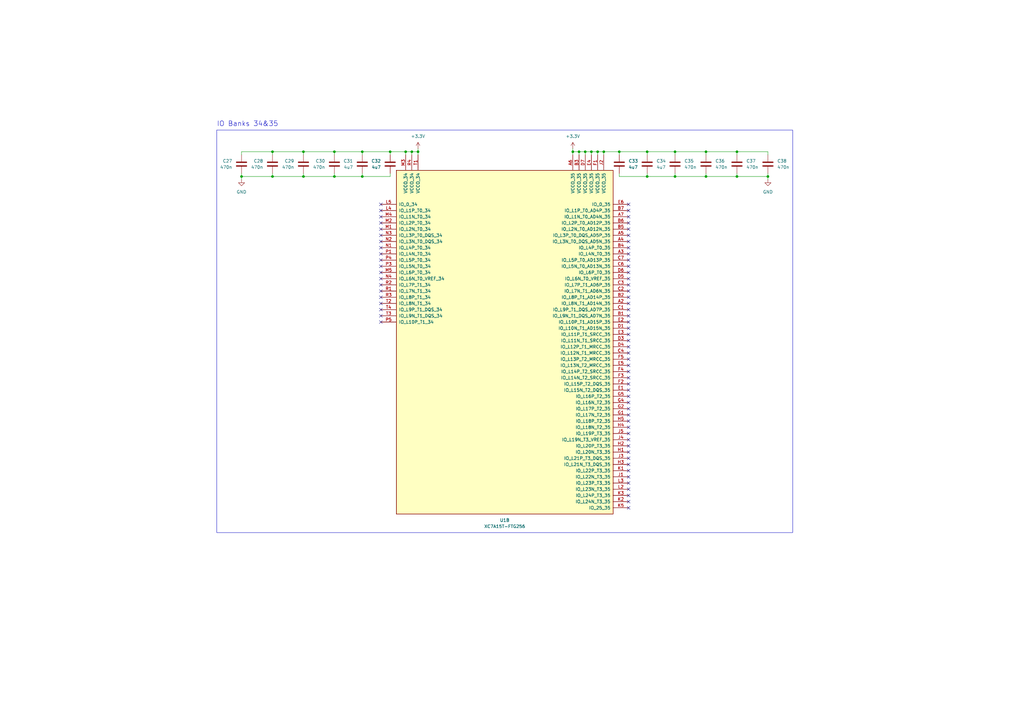
<source format=kicad_sch>
(kicad_sch (version 20230121) (generator eeschema)
  (paper "A3")
  (title_block (title "IO Sheet 2") (date "2024-01-06") (rev "1"))
  (lib_symbols
    (symbol "Device:C" (pin_numbers hide) (pin_names (offset 0.254))
      (property "Reference" "C" (at 0.635 2.54 0))
      (property "Value" "C" (at 0.635 -2.54 0))
      (symbol "C_0_1"
        (polyline (pts (xy -2.032 -0.762) (xy 2.032 -0.762)) (stroke (width 0.508)))
        (polyline (pts (xy -2.032 0.762) (xy 2.032 0.762)) (stroke (width 0.508)))
      )
      (symbol "C_1_1"
        (pin passive line (at 0 3.81 270) (length 2.794) (name "~") (number "1"))
        (pin passive line (at 0 -3.81 90) (length 2.794) (name "~") (number "2"))
      )
    )
    (symbol "FPGA_Xilinx_Artix7:XC7A15T-FTG256" (pin_names (offset 1.016))
      (property "Reference" "U" (at 0 1.27 0))
      (property "Value" "XC7A15T-FTG256" (at 0 -1.27 0))
      (symbol "XC7A15T-FTG256_1_1"
        (rectangle (start -44.45 67.31) (end 44.45 -73.66) (stroke (width 0.254)) (fill (type background)))
        (pin bidirectional line (at 50.8 38.1 180) (length 6.35) (name "IO_L3N_T0_DQS_AD1N_15") (number "A10"))
        (pin bidirectional line (at 50.8 27.94 180) (length 6.35) (name "IO_L5N_T0_AD9N_15") (number "A12"))
        (pin bidirectional line (at 50.8 20.32 180) (length 6.35) (name "IO_L7P_T1_AD2P_15") (number "A13"))
        (pin bidirectional line (at 50.8 17.78 180) (length 6.35) (name "IO_L7N_T1_AD2N_15") (number "A14"))
        (pin bidirectional line (at 50.8 7.62 180) (length 6.35) (name "IO_L9N_T1_DQS_AD3N_15") (number "A15"))
        (pin power_in line (at 27.94 73.66 270) (length 6.35) (name "VCCO_15") (number "A16"))
        (pin bidirectional line (at 50.8 45.72 180) (length 6.35) (name "IO_L2P_T0_AD8P_15") (number "A8"))
        (pin bidirectional line (at 50.8 43.18 180) (length 6.35) (name "IO_L2N_T0_AD8N_15") (number "A9"))
        (pin bidirectional line (at 50.8 35.56 180) (length 6.35) (name "IO_L4P_T0_15") (number "B10"))
        (pin bidirectional line (at 50.8 33.02 180) (length 6.35) (name "IO_L4N_T0_15") (number "B11"))
        (pin bidirectional line (at 50.8 30.48 180) (length 6.35) (name "IO_L5P_T0_AD9P_15") (number "B12"))
        (pin power_in line (at 30.48 73.66 270) (length 6.35) (name "VCCO_15") (number "B13"))
        (pin bidirectional line (at 50.8 12.7 180) (length 6.35) (name "IO_L8N_T1_AD10N_15") (number "B14"))
        (pin bidirectional line (at 50.8 10.16 180) (length 6.35) (name "IO_L9P_T1_DQS_AD3P_15") (number "B15"))
        (pin bidirectional line (at 50.8 2.54 180) (length 6.35) (name "IO_L10N_T1_AD11N_15") (number "B16"))
        (pin bidirectional line (at 50.8 40.64 180) (length 6.35) (name "IO_L3P_T0_DQS_AD1P_15") (number "B9"))
        (pin power_in line (at 33.02 73.66 270) (length 6.35) (name "VCCO_15") (number "C10"))
        (pin bidirectional line (at 50.8 0 180) (length 6.35) (name "IO_L11P_T1_SRCC_15") (number "C11"))
        (pin bidirectional line (at 50.8 -2.54 180) (length 6.35) (name "IO_L11N_T1_SRCC_15") (number "C12"))
        (pin bidirectional line (at 50.8 -7.62 180) (length 6.35) (name "IO_L12N_T1_MRCC_15") (number "C13"))
        (pin bidirectional line (at 50.8 15.24 180) (length 6.35) (name "IO_L8P_T1_AD10P_15") (number "C14"))
        (pin bidirectional line (at 50.8 5.08 180) (length 6.35) (name "IO_L10P_T1_AD11P_15") (number "C16"))
        (pin bidirectional line (at 50.8 50.8 180) (length 6.35) (name "IO_L1P_T0_AD0P_15") (number "C8"))
        (pin bidirectional line (at 50.8 48.26 180) (length 6.35) (name "IO_L1N_T0_AD0N_15") (number "C9"))
        (pin bidirectional line (at 50.8 53.34 180) (length 6.35) (name "IO_0_15") (number "D10"))
        (pin bidirectional line (at 50.8 -17.78 180) (length 6.35) (name "IO_L14N_T2_SRCC_15") (number "D11"))
        (pin bidirectional line (at 50.8 -5.08 180) (length 6.35) (name "IO_L12P_T1_MRCC_15") (number "D13"))
        (pin bidirectional line (at 50.8 -20.32 180) (length 6.35) (name "IO_L15P_T2_DQS_15") (number "D14"))
        (pin bidirectional line (at 50.8 -22.86 180) (length 6.35) (name "IO_L15N_T2_DQS_ADV_B_15") (number "D15"))
        (pin bidirectional line (at 50.8 -33.02 180) (length 6.35) (name "IO_L17N_T2_A25_15") (number "D16"))
        (pin bidirectional line (at 50.8 25.4 180) (length 6.35) (name "IO_L6P_T0_15") (number "D8"))
        (pin bidirectional line (at 50.8 22.86 180) (length 6.35) (name "IO_L6N_T0_VREF_15") (number "D9"))
        (pin bidirectional line (at 50.8 -15.24 180) (length 6.35) (name "IO_L14P_T2_SRCC_15") (number "E11"))
        (pin bidirectional line (at 50.8 -10.16 180) (length 6.35) (name "IO_L13P_T2_MRCC_15") (number "E12"))
        (pin bidirectional line (at 50.8 -12.7 180) (length 6.35) (name "IO_L13N_T2_MRCC_15") (number "E13"))
        (pin power_in line (at 35.56 73.66 270) (length 6.35) (name "VCCO_15") (number "E14"))
        (pin bidirectional line (at 50.8 -38.1 180) (length 6.35) (name "IO_L18N_T2_A23_15") (number "E15"))
        (pin bidirectional line (at 50.8 -30.48 180) (length 6.35) (name "IO_L17P_T2_A26_15") (number "E16"))
        (pin bidirectional line (at 50.8 -25.4 180) (length 6.35) (name "IO_L16P_T2_A28_15") (number "F12"))
        (pin bidirectional line (at 50.8 -27.94 180) (length 6.35) (name "IO_L16N_T2_A27_15") (number "F13"))
        (pin bidirectional line (at 50.8 -53.34 180) (length 6.35) (name "IO_L21N_T3_DQS_A18_15") (number "F14"))
        (pin bidirectional line (at 50.8 -35.56 180) (length 6.35) (name "IO_L18P_T2_A24_15") (number "F15"))
        (pin bidirectional line (at 50.8 -71.12 180) (length 6.35) (name "IO_25_15") (number "G11"))
        (pin bidirectional line (at 50.8 -43.18 180) (length 6.35) (name "IO_L19N_T3_A21_VREF_15") (number "G12"))
        (pin bidirectional line (at 50.8 -50.8 180) (length 6.35) (name "IO_L21P_T3_DQS_15") (number "G14"))
        (pin bidirectional line (at 50.8 -68.58 180) (length 6.35) (name "IO_L24N_T3_RS0_15") (number "G15"))
        (pin bidirectional line (at 50.8 -58.42 180) (length 6.35) (name "IO_L22N_T3_A16_15") (number "G16"))
        (pin bidirectional line (at 50.8 -40.64 180) (length 6.35) (name "IO_L19P_T3_A22_15") (number "H11"))
        (pin bidirectional line (at 50.8 -45.72 180) (length 6.35) (name "IO_L20P_T3_A20_15") (number "H12"))
        (pin bidirectional line (at 50.8 -48.26 180) (length 6.35) (name "IO_L20N_T3_A19_15") (number "H13"))
        (pin bidirectional line (at 50.8 -66.04 180) (length 6.35) (name "IO_L24P_T3_RS1_15") (number "H14"))
        (pin power_in line (at 38.1 73.66 270) (length 6.35) (name "VCCO_15") (number "H15"))
        (pin bidirectional line (at 50.8 -55.88 180) (length 6.35) (name "IO_L22P_T3_A17_15") (number "H16"))
        (pin power_in line (at 40.64 73.66 270) (length 6.35) (name "VCCO_15") (number "J12"))
        (pin bidirectional line (at -50.8 50.8 0) (length 6.35) (name "IO_L1P_T0_D00_MOSI_14") (number "J13"))
        (pin bidirectional line (at -50.8 48.26 0) (length 6.35) (name "IO_L1N_T0_D01_DIN_14") (number "J14"))
        (pin bidirectional line (at 50.8 -60.96 180) (length 6.35) (name "IO_L23P_T3_FOE_B_15") (number "J15"))
        (pin bidirectional line (at 50.8 -63.5 180) (length 6.35) (name "IO_L23N_T3_FWE_B_15") (number "J16"))
        (pin bidirectional line (at -50.8 53.34 0) (length 6.35) (name "IO_0_14") (number "K12"))
        (pin bidirectional line (at -50.8 30.48 0) (length 6.35) (name "IO_L5P_T0_D06_14") (number "K13"))
        (pin bidirectional line (at -50.8 45.72 0) (length 6.35) (name "IO_L2P_T0_D02_14") (number "K15"))
        (pin bidirectional line (at -50.8 43.18 0) (length 6.35) (name "IO_L2N_T0_D03_14") (number "K16"))
        (pin bidirectional line (at -50.8 25.4 0) (length 6.35) (name "IO_L6P_T0_FCS_B_14") (number "L12"))
        (pin bidirectional line (at -50.8 27.94 0) (length 6.35) (name "IO_L5N_T0_D07_14") (number "L13"))
        (pin bidirectional line (at -50.8 35.56 0) (length 6.35) (name "IO_L4P_T0_D04_14") (number "L14"))
        (pin bidirectional line (at -50.8 40.64 0) (length 6.35) (name "IO_L3P_T0_DQS_PUDC_B_14") (number "L15"))
        (pin power_in line (at -40.64 73.66 270) (length 6.35) (name "VCCO_14") (number "L16"))
        (pin bidirectional line (at -50.8 22.86 0) (length 6.35) (name "IO_L6N_T0_D08_VREF_14") (number "M12"))
        (pin power_in line (at -38.1 73.66 270) (length 6.35) (name "VCCO_14") (number "M13"))
        (pin bidirectional line (at -50.8 33.02 0) (length 6.35) (name "IO_L4N_T0_D05_14") (number "M14"))
        (pin bidirectional line (at -50.8 38.1 0) (length 6.35) (name "IO_L3N_T0_DQS_EMCCLK_14") (number "M15"))
        (pin bidirectional line (at -50.8 20.32 0) (length 6.35) (name "IO_L7P_T1_D09_14") (number "M16"))
        (pin bidirectional line (at -50.8 -40.64 0) (length 6.35) (name "IO_L19P_T3_A10_D26_14") (number "M6"))
        (pin power_in line (at -35.56 73.66 270) (length 6.35) (name "VCCO_14") (number "N10"))
        (pin bidirectional line (at -50.8 -10.16 0) (length 6.35) (name "IO_L13P_T2_MRCC_14") (number "N11"))
        (pin bidirectional line (at -50.8 -12.7 0) (length 6.35) (name "IO_L13N_T2_MRCC_14") (number "N12"))
        (pin bidirectional line (at -50.8 0 0) (length 6.35) (name "IO_L11P_T1_SRCC_14") (number "N13"))
        (pin bidirectional line (at -50.8 -5.08 0) (length 6.35) (name "IO_L12P_T1_MRCC_14") (number "N14"))
        (pin bidirectional line (at -50.8 17.78 0) (length 6.35) (name "IO_L7N_T1_D10_14") (number "N16"))
        (pin bidirectional line (at -50.8 -43.18 0) (length 6.35) (name "IO_L19N_T3_A09_D25_VREF_14") (number "N6"))
        (pin bidirectional line (at -50.8 -35.56 0) (length 6.35) (name "IO_L18P_T2_A12_D28_14") (number "N9"))
        (pin bidirectional line (at -50.8 -15.24 0) (length 6.35) (name "IO_L14P_T2_SRCC_14") (number "P10"))
        (pin bidirectional line (at -50.8 -17.78 0) (length 6.35) (name "IO_L14N_T2_SRCC_14") (number "P11"))
        (pin bidirectional line (at -50.8 -2.54 0) (length 6.35) (name "IO_L11N_T1_SRCC_14") (number "P13"))
        (pin bidirectional line (at -50.8 -7.62 0) (length 6.35) (name "IO_L12N_T1_MRCC_14") (number "P14"))
        (pin bidirectional line (at -50.8 15.24 0) (length 6.35) (name "IO_L8P_T1_D11_14") (number "P15"))
        (pin bidirectional line (at -50.8 12.7 0) (length 6.35) (name "IO_L8N_T1_D12_14") (number "P16"))
        (pin bidirectional line (at -50.8 -71.12 0) (length 6.35) (name "IO_25_14") (number "P6"))
        (pin power_in line (at -33.02 73.66 270) (length 6.35) (name "VCCO_14") (number "P7"))
        (pin bidirectional line (at -50.8 -45.72 0) (length 6.35) (name "IO_L20P_T3_A08_D24_14") (number "P8"))
        (pin bidirectional line (at -50.8 -38.1 0) (length 6.35) (name "IO_L18N_T2_A11_D27_14") (number "P9"))
        (pin bidirectional line (at -50.8 -30.48 0) (length 6.35) (name "IO_L17P_T2_A14_D30_14") (number "R10"))
        (pin bidirectional line (at -50.8 -33.02 0) (length 6.35) (name "IO_L17N_T2_A13_D29_14") (number "R11"))
        (pin bidirectional line (at -50.8 -20.32 0) (length 6.35) (name "IO_L15P_T2_DQS_RDWR_B_14") (number "R12"))
        (pin bidirectional line (at -50.8 -25.4 0) (length 6.35) (name "IO_L16P_T2_CSI_B_14") (number "R13"))
        (pin power_in line (at -30.48 73.66 270) (length 6.35) (name "VCCO_14") (number "R14"))
        (pin bidirectional line (at -50.8 10.16 0) (length 6.35) (name "IO_L9P_T1_DQS_14") (number "R15"))
        (pin bidirectional line (at -50.8 7.62 0) (length 6.35) (name "IO_L9N_T1_DQS_D13_14") (number "R16"))
        (pin bidirectional line (at -50.8 -60.96 0) (length 6.35) (name "IO_L23P_T3_A03_D19_14") (number "R5"))
        (pin bidirectional line (at -50.8 -66.04 0) (length 6.35) (name "IO_L24P_T3_A01_D17_14") (number "R6"))
        (pin bidirectional line (at -50.8 -68.58 0) (length 6.35) (name "IO_L24N_T3_A00_D16_14") (number "R7"))
        (pin bidirectional line (at -50.8 -48.26 0) (length 6.35) (name "IO_L20N_T3_A07_D23_14") (number "R8"))
        (pin bidirectional line (at -50.8 -58.42 0) (length 6.35) (name "IO_L22N_T3_A04_D20_14") (number "T10"))
        (pin power_in line (at -27.94 73.66 270) (length 6.35) (name "VCCO_14") (number "T11"))
        (pin bidirectional line (at -50.8 -22.86 0) (length 6.35) (name "IO_L15N_T2_DQS_DOUT_CSO_B_14") (number "T12"))
        (pin bidirectional line (at -50.8 -27.94 0) (length 6.35) (name "IO_L16N_T2_A15_D31_14") (number "T13"))
        (pin bidirectional line (at -50.8 5.08 0) (length 6.35) (name "IO_L10P_T1_D14_14") (number "T14"))
        (pin bidirectional line (at -50.8 2.54 0) (length 6.35) (name "IO_L10N_T1_D15_14") (number "T15"))
        (pin bidirectional line (at -50.8 -63.5 0) (length 6.35) (name "IO_L23N_T3_A02_D18_14") (number "T5"))
        (pin bidirectional line (at -50.8 -50.8 0) (length 6.35) (name "IO_L21P_T3_DQS_14") (number "T7"))
        (pin bidirectional line (at -50.8 -53.34 0) (length 6.35) (name "IO_L21N_T3_DQS_A06_D22_14") (number "T8"))
        (pin bidirectional line (at -50.8 -55.88 0) (length 6.35) (name "IO_L22P_T3_A05_D21_14") (number "T9"))
      )
      (symbol "XC7A15T-FTG256_2_1"
        (rectangle (start -44.45 67.31) (end 44.45 -73.66) (stroke (width 0.254)) (fill (type background)))
        (pin bidirectional line (at 50.8 12.7 180) (length 6.35) (name "IO_L8N_T1_AD14N_35") (number "A2"))
        (pin bidirectional line (at 50.8 33.02 180) (length 6.35) (name "IO_L4N_T0_35") (number "A3"))
        (pin bidirectional line (at 50.8 38.1 180) (length 6.35) (name "IO_L3N_T0_DQS_AD5N_35") (number "A4"))
        (pin bidirectional line (at 50.8 40.64 180) (length 6.35) (name "IO_L3P_T0_DQS_AD5P_35") (number "A5"))
        (pin power_in line (at 27.94 73.66 270) (length 6.35) (name "VCCO_35") (number "A6"))
        (pin bidirectional line (at 50.8 48.26 180) (length 6.35) (name "IO_L1N_T0_AD4N_35") (number "A7"))
        (pin bidirectional line (at 50.8 7.62 180) (length 6.35) (name "IO_L9N_T1_DQS_AD7N_35") (number "B1"))
        (pin bidirectional line (at 50.8 15.24 180) (length 6.35) (name "IO_L8P_T1_AD14P_35") (number "B2"))
        (pin power_in line (at 30.48 73.66 270) (length 6.35) (name "VCCO_35") (number "B3"))
        (pin bidirectional line (at 50.8 35.56 180) (length 6.35) (name "IO_L4P_T0_35") (number "B4"))
        (pin bidirectional line (at 50.8 43.18 180) (length 6.35) (name "IO_L2N_T0_AD12N_35") (number "B5"))
        (pin bidirectional line (at 50.8 45.72 180) (length 6.35) (name "IO_L2P_T0_AD12P_35") (number "B6"))
        (pin bidirectional line (at 50.8 50.8 180) (length 6.35) (name "IO_L1P_T0_AD4P_35") (number "B7"))
        (pin bidirectional line (at 50.8 10.16 180) (length 6.35) (name "IO_L9P_T1_DQS_AD7P_35") (number "C1"))
        (pin bidirectional line (at 50.8 17.78 180) (length 6.35) (name "IO_L7N_T1_AD6N_35") (number "C2"))
        (pin bidirectional line (at 50.8 20.32 180) (length 6.35) (name "IO_L7P_T1_AD6P_35") (number "C3"))
        (pin bidirectional line (at 50.8 -7.62 180) (length 6.35) (name "IO_L12N_T1_MRCC_35") (number "C4"))
        (pin bidirectional line (at 50.8 27.94 180) (length 6.35) (name "IO_L5N_T0_AD13N_35") (number "C6"))
        (pin bidirectional line (at 50.8 30.48 180) (length 6.35) (name "IO_L5P_T0_AD13P_35") (number "C7"))
        (pin bidirectional line (at 50.8 2.54 180) (length 6.35) (name "IO_L10N_T1_AD15N_35") (number "D1"))
        (pin bidirectional line (at 50.8 -2.54 180) (length 6.35) (name "IO_L11N_T1_SRCC_35") (number "D3"))
        (pin bidirectional line (at 50.8 -5.08 180) (length 6.35) (name "IO_L12P_T1_MRCC_35") (number "D4"))
        (pin bidirectional line (at 50.8 22.86 180) (length 6.35) (name "IO_L6N_T0_VREF_35") (number "D5"))
        (pin bidirectional line (at 50.8 25.4 180) (length 6.35) (name "IO_L6P_T0_35") (number "D6"))
        (pin power_in line (at 33.02 73.66 270) (length 6.35) (name "VCCO_35") (number "D7"))
        (pin bidirectional line (at 50.8 -22.86 180) (length 6.35) (name "IO_L15N_T2_DQS_35") (number "E1"))
        (pin bidirectional line (at 50.8 5.08 180) (length 6.35) (name "IO_L10P_T1_AD15P_35") (number "E2"))
        (pin bidirectional line (at 50.8 0 180) (length 6.35) (name "IO_L11P_T1_SRCC_35") (number "E3"))
        (pin power_in line (at 35.56 73.66 270) (length 6.35) (name "VCCO_35") (number "E4"))
        (pin bidirectional line (at 50.8 -12.7 180) (length 6.35) (name "IO_L13N_T2_MRCC_35") (number "E5"))
        (pin bidirectional line (at 50.8 53.34 180) (length 6.35) (name "IO_0_35") (number "E6"))
        (pin power_in line (at 38.1 73.66 270) (length 6.35) (name "VCCO_35") (number "F1"))
        (pin bidirectional line (at 50.8 -20.32 180) (length 6.35) (name "IO_L15P_T2_DQS_35") (number "F2"))
        (pin bidirectional line (at 50.8 -17.78 180) (length 6.35) (name "IO_L14N_T2_SRCC_35") (number "F3"))
        (pin bidirectional line (at 50.8 -15.24 180) (length 6.35) (name "IO_L14P_T2_SRCC_35") (number "F4"))
        (pin bidirectional line (at 50.8 -10.16 180) (length 6.35) (name "IO_L13P_T2_MRCC_35") (number "F5"))
        (pin bidirectional line (at 50.8 -33.02 180) (length 6.35) (name "IO_L17N_T2_35") (number "G1"))
        (pin bidirectional line (at 50.8 -30.48 180) (length 6.35) (name "IO_L17P_T2_35") (number "G2"))
        (pin bidirectional line (at 50.8 -27.94 180) (length 6.35) (name "IO_L16N_T2_35") (number "G4"))
        (pin bidirectional line (at 50.8 -25.4 180) (length 6.35) (name "IO_L16P_T2_35") (number "G5"))
        (pin bidirectional line (at 50.8 -48.26 180) (length 6.35) (name "IO_L20N_T3_35") (number "H1"))
        (pin bidirectional line (at 50.8 -45.72 180) (length 6.35) (name "IO_L20P_T3_35") (number "H2"))
        (pin bidirectional line (at 50.8 -53.34 180) (length 6.35) (name "IO_L21N_T3_DQS_35") (number "H3"))
        (pin bidirectional line (at 50.8 -38.1 180) (length 6.35) (name "IO_L18N_T2_35") (number "H4"))
        (pin bidirectional line (at 50.8 -35.56 180) (length 6.35) (name "IO_L18P_T2_35") (number "H5"))
        (pin bidirectional line (at 50.8 -58.42 180) (length 6.35) (name "IO_L22N_T3_35") (number "J1"))
        (pin power_in line (at 40.64 73.66 270) (length 6.35) (name "VCCO_35") (number "J2"))
        (pin bidirectional line (at 50.8 -50.8 180) (length 6.35) (name "IO_L21P_T3_DQS_35") (number "J3"))
        (pin bidirectional line (at 50.8 -43.18 180) (length 6.35) (name "IO_L19N_T3_VREF_35") (number "J4"))
        (pin bidirectional line (at 50.8 -40.64 180) (length 6.35) (name "IO_L19P_T3_35") (number "J5"))
        (pin bidirectional line (at 50.8 -55.88 180) (length 6.35) (name "IO_L22P_T3_35") (number "K1"))
        (pin bidirectional line (at 50.8 -68.58 180) (length 6.35) (name "IO_L24N_T3_35") (number "K2"))
        (pin bidirectional line (at 50.8 -66.04 180) (length 6.35) (name "IO_L24P_T3_35") (number "K3"))
        (pin bidirectional line (at 50.8 -71.12 180) (length 6.35) (name "IO_25_35") (number "K5"))
        (pin bidirectional line (at 50.8 -63.5 180) (length 6.35) (name "IO_L23N_T3_35") (number "L2"))
        (pin bidirectional line (at 50.8 -60.96 180) (length 6.35) (name "IO_L23P_T3_35") (number "L3"))
        (pin bidirectional line (at -50.8 50.8 0) (length 6.35) (name "IO_L1P_T0_34") (number "L4"))
        (pin bidirectional line (at -50.8 53.34 0) (length 6.35) (name "IO_0_34") (number "L5"))
        (pin bidirectional line (at -50.8 43.18 0) (length 6.35) (name "IO_L2N_T0_34") (number "M1"))
        (pin bidirectional line (at -50.8 45.72 0) (length 6.35) (name "IO_L2P_T0_34") (number "M2"))
        (pin power_in line (at -40.64 73.66 270) (length 6.35) (name "VCCO_34") (number "M3"))
        (pin bidirectional line (at -50.8 48.26 0) (length 6.35) (name "IO_L1N_T0_34") (number "M4"))
        (pin bidirectional line (at -50.8 25.4 0) (length 6.35) (name "IO_L6P_T0_34") (number "M5"))
        (pin bidirectional line (at -50.8 35.56 0) (length 6.35) (name "IO_L4P_T0_34") (number "N1"))
        (pin bidirectional line (at -50.8 38.1 0) (length 6.35) (name "IO_L3N_T0_DQS_34") (number "N2"))
        (pin bidirectional line (at -50.8 40.64 0) (length 6.35) (name "IO_L3P_T0_DQS_34") (number "N3"))
        (pin bidirectional line (at -50.8 22.86 0) (length 6.35) (name "IO_L6N_T0_VREF_34") (number "N4"))
        (pin bidirectional line (at -50.8 33.02 0) (length 6.35) (name "IO_L4N_T0_34") (number "P1"))
        (pin bidirectional line (at -50.8 27.94 0) (length 6.35) (name "IO_L5N_T0_34") (number "P3"))
        (pin bidirectional line (at -50.8 30.48 0) (length 6.35) (name "IO_L5P_T0_34") (number "P4"))
        (pin bidirectional line (at -50.8 5.08 0) (length 6.35) (name "IO_L10P_T1_34") (number "P5"))
        (pin bidirectional line (at -50.8 17.78 0) (length 6.35) (name "IO_L7N_T1_34") (number "R1"))
        (pin bidirectional line (at -50.8 20.32 0) (length 6.35) (name "IO_L7P_T1_34") (number "R2"))
        (pin bidirectional line (at -50.8 15.24 0) (length 6.35) (name "IO_L8P_T1_34") (number "R3"))
        (pin power_in line (at -38.1 73.66 270) (length 6.35) (name "VCCO_34") (number "R4"))
        (pin power_in line (at -35.56 73.66 270) (length 6.35) (name "VCCO_34") (number "T1"))
        (pin bidirectional line (at -50.8 12.7 0) (length 6.35) (name "IO_L8N_T1_34") (number "T2"))
        (pin bidirectional line (at -50.8 7.62 0) (length 6.35) (name "IO_L9N_T1_DQS_34") (number "T3"))
        (pin bidirectional line (at -50.8 10.16 0) (length 6.35) (name "IO_L9P_T1_DQS_34") (number "T4"))
      )
      (symbol "XC7A15T-FTG256_3_1"
        (rectangle (start -31.75 34.29) (end 31.75 -40.64) (stroke (width 0.254)) (fill (type background)))
        (pin bidirectional line (at 38.1 -15.24 180) (length 6.35) (name "CFGBVS_0") (number "E7"))
        (pin bidirectional line (at 38.1 7.62 180) (length 6.35) (name "CCLK_0") (number "E8"))
        (pin bidirectional line (at 38.1 -5.08 180) (length 6.35) (name "DONE_0") (number "H10"))
        (pin bidirectional line (at 38.1 -30.48 180) (length 6.35) (name "VREFN_0") (number "H7"))
        (pin bidirectional line (at 38.1 -20.32 180) (length 6.35) (name "VP_0") (number "H8"))
        (pin bidirectional line (at 38.1 -22.86 180) (length 6.35) (name "VN_0") (number "J7"))
        (pin bidirectional line (at 38.1 -27.94 180) (length 6.35) (name "VREFP_0") (number "J8"))
        (pin bidirectional line (at 38.1 -7.62 180) (length 6.35) (name "INIT_B_0") (number "K10"))
        (pin bidirectional line (at 38.1 -38.1 180) (length 6.35) (name "DXN_0") (number "K7"))
        (pin bidirectional line (at 38.1 -35.56 180) (length 6.35) (name "DXP_0") (number "K8"))
        (pin power_in line (at 27.94 40.64 270) (length 6.35) (name "VCCO_0") (number "L6"))
        (pin bidirectional line (at 38.1 12.7 180) (length 6.35) (name "TCK_0") (number "L7"))
        (pin bidirectional line (at 38.1 -10.16 180) (length 6.35) (name "PROGRAM_B_0") (number "L9"))
        (pin bidirectional line (at 38.1 2.54 180) (length 6.35) (name "M1_0") (number "M10"))
        (pin bidirectional line (at 38.1 0 180) (length 6.35) (name "M2_0") (number "M11"))
        (pin bidirectional line (at 38.1 15.24 180) (length 6.35) (name "TMS_0") (number "M7"))
        (pin bidirectional line (at 38.1 5.08 180) (length 6.35) (name "M0_0") (number "M9"))
        (pin bidirectional line (at 38.1 20.32 180) (length 6.35) (name "TDI_0") (number "N7"))
        (pin bidirectional line (at 38.1 17.78 180) (length 6.35) (name "TDO_0") (number "N8"))
      )
      (symbol "XC7A15T-FTG256_4_1"
        (rectangle (start -19.05 35.56) (end 19.05 -35.56) (stroke (width 0.254)) (fill (type background)))
        (pin power_in line (at -25.4 2.54 0) (length 6.35) (name "GND") (number "A1"))
        (pin power_in line (at -25.4 0 0) (length 6.35) (name "GND") (number "A11"))
        (pin power_in line (at -25.4 -2.54 0) (length 6.35) (name "GND") (number "B8"))
        (pin power_in line (at -25.4 -7.62 0) (length 6.35) (name "GND") (number "C15"))
        (pin power_in line (at -25.4 -5.08 0) (length 6.35) (name "GND") (number "C5"))
        (pin power_in line (at -25.4 -12.7 0) (length 6.35) (name "GND") (number "D12"))
        (pin power_in line (at -25.4 -10.16 0) (length 6.35) (name "GND") (number "D2"))
        (pin power_in line (at -25.4 12.7 0) (length 6.35) (name "VCCBRAM") (number "E10"))
        (pin power_in line (at -25.4 -15.24 0) (length 6.35) (name "GND") (number "E9"))
        (pin power_in line (at -25.4 -20.32 0) (length 6.35) (name "GND") (number "F10"))
        (pin power_in line (at -25.4 10.16 0) (length 6.35) (name "VCCBRAM") (number "F11"))
        (pin power_in line (at -25.4 -22.86 0) (length 6.35) (name "GND") (number "F16"))
        (pin power_in line (at -25.4 -17.78 0) (length 6.35) (name "GND") (number "F6"))
        (pin power_in line (at 25.4 33.02 180) (length 6.35) (name "VCCINT") (number "F7"))
        (pin power_in line (at -25.4 15.24 0) (length 6.35) (name "VCCBATT_0") (number "F8"))
        (pin power_in line (at 25.4 30.48 180) (length 6.35) (name "VCCINT") (number "F9"))
        (pin power_in line (at -25.4 33.02 0) (length 6.35) (name "VCCAUX") (number "G10"))
        (pin power_in line (at -25.4 -30.48 0) (length 6.35) (name "GND") (number "G13"))
        (pin power_in line (at -25.4 -25.4 0) (length 6.35) (name "GND") (number "G3"))
        (pin power_in line (at 25.4 27.94 180) (length 6.35) (name "VCCINT") (number "G6"))
        (pin power_in line (at -25.4 20.32 0) (length 6.35) (name "GNDADC_0") (number "G7"))
        (pin power_in line (at -25.4 17.78 0) (length 6.35) (name "VCCADC_0") (number "G8"))
        (pin power_in line (at -25.4 -27.94 0) (length 6.35) (name "GND") (number "G9"))
        (pin power_in line (at -25.4 -33.02 0) (length 6.35) (name "GND") (number "H6"))
        (pin power_in line (at 25.4 25.4 180) (length 6.35) (name "VCCINT") (number "H9"))
        (pin power_in line (at -25.4 30.48 0) (length 6.35) (name "VCCAUX") (number "J10"))
        (pin power_in line (at 25.4 0 180) (length 6.35) (name "GND") (number "J11"))
        (pin power_in line (at 25.4 22.86 180) (length 6.35) (name "VCCINT") (number "J6"))
        (pin power_in line (at 25.4 2.54 180) (length 6.35) (name "GND") (number "J9"))
        (pin power_in line (at -25.4 27.94 0) (length 6.35) (name "VCCAUX") (number "K11"))
        (pin power_in line (at 25.4 -7.62 180) (length 6.35) (name "GND") (number "K14"))
        (pin power_in line (at 25.4 -2.54 180) (length 6.35) (name "GND") (number "K4"))
        (pin power_in line (at 25.4 -5.08 180) (length 6.35) (name "GND") (number "K6"))
        (pin power_in line (at 25.4 20.32 180) (length 6.35) (name "VCCINT") (number "K9"))
        (pin power_in line (at 25.4 -10.16 180) (length 6.35) (name "GND") (number "L1"))
        (pin power_in line (at -25.4 25.4 0) (length 6.35) (name "VCCAUX") (number "L10"))
        (pin power_in line (at 25.4 -12.7 180) (length 6.35) (name "GND") (number "L11"))
        (pin power_in line (at 25.4 17.78 180) (length 6.35) (name "VCCINT") (number "L8"))
        (pin power_in line (at 25.4 -15.24 180) (length 6.35) (name "GND") (number "M8"))
        (pin power_in line (at 25.4 -20.32 180) (length 6.35) (name "GND") (number "N15"))
        (pin power_in line (at 25.4 -17.78 180) (length 6.35) (name "GND") (number "N5"))
        (pin power_in line (at 25.4 -25.4 180) (length 6.35) (name "GND") (number "P12"))
        (pin power_in line (at 25.4 -22.86 180) (length 6.35) (name "GND") (number "P2"))
        (pin power_in line (at 25.4 -27.94 180) (length 6.35) (name "GND") (number "R9"))
        (pin power_in line (at 25.4 -33.02 180) (length 6.35) (name "GND") (number "T16"))
        (pin power_in line (at 25.4 -30.48 180) (length 6.35) (name "GND") (number "T6"))
      )
    )
    (symbol "power:+3.3V" (power) (pin_names (offset 0))
      (property "Value" "+3.3V" (at 0 3.556 0))
      (symbol "+3.3V_0_1"
        (polyline (pts (xy -0.762 1.27) (xy 0 2.54)))
        (polyline (pts (xy 0 0) (xy 0 2.54)))
        (polyline (pts (xy 0 2.54) (xy 0.762 1.27)))
      )
      (symbol "+3.3V_1_1"
        (pin power_in line (at 0 0 90) (length 0) hide (name "+3.3V") (number "1"))
      )
    )
    (symbol "power:GND" (power) (pin_names (offset 0))
      (property "Value" "GND" (at 0 -3.81 0))
      (symbol "GND_0_1"
        (polyline (pts (xy 0 0) (xy 0 -1.27) (xy 1.27 -1.27) (xy 0 -2.54) (xy -1.27 -1.27) (xy 0 -1.27)))
      )
      (symbol "GND_1_1"
        (pin power_in line (at 0 0 270) (length 0) hide (name "GND") (number "1"))
      )
    )
  )
  (junction (at 254 62.23))
  (junction (at 265.43 72.39))
  (junction (at 111.76 72.39))
  (junction (at 148.59 62.23))
  (junction (at 148.59 72.39))
  (junction (at 265.43 62.23))
  (junction (at 247.65 62.23))
  (junction (at 124.46 72.39))
  (junction (at 245.11 62.23))
  (junction (at 302.26 72.39))
  (junction (at 234.95 62.23))
  (junction (at 168.91 62.23))
  (junction (at 171.45 62.23))
  (junction (at 302.26 62.23))
  (junction (at 242.57 62.23))
  (junction (at 289.56 62.23))
  (junction (at 99.06 72.39))
  (junction (at 276.86 62.23))
  (junction (at 111.76 62.23))
  (junction (at 240.03 62.23))
  (junction (at 166.37 62.23))
  (junction (at 237.49 62.23))
  (junction (at 314.96 72.39))
  (junction (at 160.02 62.23))
  (junction (at 137.16 62.23))
  (junction (at 137.16 72.39))
  (junction (at 289.56 72.39))
  (junction (at 124.46 62.23))
  (junction (at 276.86 72.39))
  (no_connect (at 257.81 124.46))
  (no_connect (at 156.21 114.3))
  (no_connect (at 257.81 205.74))
  (no_connect (at 257.81 88.9))
  (no_connect (at 257.81 185.42))
  (no_connect (at 156.21 91.44))
  (no_connect (at 156.21 88.9))
  (no_connect (at 257.81 152.4))
  (no_connect (at 156.21 104.14))
  (no_connect (at 156.21 121.92))
  (no_connect (at 257.81 139.7))
  (no_connect (at 257.81 144.78))
  (no_connect (at 257.81 193.04))
  (no_connect (at 257.81 165.1))
  (no_connect (at 257.81 104.14))
  (no_connect (at 257.81 111.76))
  (no_connect (at 257.81 91.44))
  (no_connect (at 156.21 127))
  (no_connect (at 156.21 119.38))
  (no_connect (at 257.81 134.62))
  (no_connect (at 156.21 116.84))
  (no_connect (at 257.81 157.48))
  (no_connect (at 257.81 200.66))
  (no_connect (at 156.21 101.6))
  (no_connect (at 257.81 142.24))
  (no_connect (at 257.81 116.84))
  (no_connect (at 257.81 162.56))
  (no_connect (at 156.21 109.22))
  (no_connect (at 257.81 154.94))
  (no_connect (at 156.21 106.68))
  (no_connect (at 156.21 129.54))
  (no_connect (at 257.81 175.26))
  (no_connect (at 257.81 187.96))
  (no_connect (at 257.81 119.38))
  (no_connect (at 156.21 93.98))
  (no_connect (at 257.81 99.06))
  (no_connect (at 257.81 149.86))
  (no_connect (at 257.81 203.2))
  (no_connect (at 257.81 86.36))
  (no_connect (at 257.81 208.28))
  (no_connect (at 257.81 137.16))
  (no_connect (at 257.81 106.68))
  (no_connect (at 257.81 93.98))
  (no_connect (at 257.81 195.58))
  (no_connect (at 257.81 172.72))
  (no_connect (at 257.81 132.08))
  (no_connect (at 257.81 114.3))
  (no_connect (at 156.21 86.36))
  (no_connect (at 257.81 129.54))
  (no_connect (at 257.81 127))
  (no_connect (at 257.81 180.34))
  (no_connect (at 257.81 101.6))
  (no_connect (at 257.81 147.32))
  (no_connect (at 257.81 167.64))
  (no_connect (at 156.21 124.46))
  (no_connect (at 257.81 170.18))
  (no_connect (at 257.81 83.82))
  (no_connect (at 257.81 177.8))
  (no_connect (at 156.21 132.08))
  (no_connect (at 257.81 190.5))
  (no_connect (at 156.21 111.76))
  (no_connect (at 257.81 198.12))
  (no_connect (at 156.21 83.82))
  (no_connect (at 257.81 109.22))
  (no_connect (at 257.81 121.92))
  (no_connect (at 257.81 182.88))
  (no_connect (at 257.81 160.02))
  (no_connect (at 257.81 96.52))
  (no_connect (at 156.21 99.06))
  (no_connect (at 156.21 96.52))
  (wire (pts (xy 148.59 62.23) (xy 137.16 62.23)))
  (wire (pts (xy 124.46 72.39) (xy 111.76 72.39)))
  (wire (pts (xy 137.16 72.39) (xy 124.46 72.39)))
  (wire (pts (xy 111.76 62.23) (xy 99.06 62.23)))
  (wire (pts (xy 289.56 62.23) (xy 302.26 62.23)))
  (wire (pts (xy 160.02 62.23) (xy 166.37 62.23)))
  (wire (pts (xy 242.57 62.23) (xy 242.57 63.5)))
  (wire (pts (xy 137.16 62.23) (xy 124.46 62.23)))
  (wire (pts (xy 171.45 63.5) (xy 171.45 62.23)))
  (wire (pts (xy 245.11 62.23) (xy 247.65 62.23)))
  (wire (pts (xy 302.26 62.23) (xy 314.96 62.23)))
  (wire (pts (xy 240.03 62.23) (xy 242.57 62.23)))
  (wire (pts (xy 171.45 60.96) (xy 171.45 62.23)))
  (wire (pts (xy 247.65 62.23) (xy 247.65 63.5)))
  (wire (pts (xy 276.86 71.12) (xy 276.86 72.39)))
  (wire (pts (xy 168.91 62.23) (xy 166.37 62.23)))
  (wire (pts (xy 234.95 62.23) (xy 237.49 62.23)))
  (wire (pts (xy 314.96 73.66) (xy 314.96 72.39)))
  (wire (pts (xy 99.06 73.66) (xy 99.06 72.39)))
  (wire (pts (xy 276.86 72.39) (xy 289.56 72.39)))
  (wire (pts (xy 265.43 72.39) (xy 276.86 72.39)))
  (wire (pts (xy 302.26 71.12) (xy 302.26 72.39)))
  (wire (pts (xy 254 63.5) (xy 254 62.23)))
  (wire (pts (xy 148.59 62.23) (xy 148.59 63.5)))
  (wire (pts (xy 265.43 62.23) (xy 276.86 62.23)))
  (wire (pts (xy 160.02 62.23) (xy 148.59 62.23)))
  (wire (pts (xy 111.76 71.12) (xy 111.76 72.39)))
  (wire (pts (xy 111.76 72.39) (xy 99.06 72.39)))
  (wire (pts (xy 240.03 62.23) (xy 240.03 63.5)))
  (wire (pts (xy 234.95 60.96) (xy 234.95 62.23)))
  (wire (pts (xy 99.06 72.39) (xy 99.06 71.12)))
  (wire (pts (xy 314.96 62.23) (xy 314.96 63.5)))
  (wire (pts (xy 99.06 62.23) (xy 99.06 63.5)))
  (wire (pts (xy 254 62.23) (xy 265.43 62.23)))
  (wire (pts (xy 254 72.39) (xy 265.43 72.39)))
  (wire (pts (xy 237.49 62.23) (xy 240.03 62.23)))
  (wire (pts (xy 289.56 72.39) (xy 302.26 72.39)))
  (wire (pts (xy 265.43 62.23) (xy 265.43 63.5)))
  (wire (pts (xy 289.56 62.23) (xy 289.56 63.5)))
  (wire (pts (xy 314.96 72.39) (xy 314.96 71.12)))
  (wire (pts (xy 168.91 62.23) (xy 168.91 63.5)))
  (wire (pts (xy 302.26 62.23) (xy 302.26 63.5)))
  (wire (pts (xy 265.43 71.12) (xy 265.43 72.39)))
  (wire (pts (xy 124.46 62.23) (xy 111.76 62.23)))
  (wire (pts (xy 254 71.12) (xy 254 72.39)))
  (wire (pts (xy 276.86 62.23) (xy 289.56 62.23)))
  (wire (pts (xy 245.11 62.23) (xy 245.11 63.5)))
  (wire (pts (xy 148.59 72.39) (xy 137.16 72.39)))
  (wire (pts (xy 160.02 63.5) (xy 160.02 62.23)))
  (wire (pts (xy 148.59 71.12) (xy 148.59 72.39)))
  (wire (pts (xy 276.86 62.23) (xy 276.86 63.5)))
  (wire (pts (xy 160.02 72.39) (xy 148.59 72.39)))
  (wire (pts (xy 247.65 62.23) (xy 254 62.23)))
  (wire (pts (xy 171.45 62.23) (xy 168.91 62.23)))
  (wire (pts (xy 124.46 71.12) (xy 124.46 72.39)))
  (wire (pts (xy 289.56 71.12) (xy 289.56 72.39)))
  (wire (pts (xy 166.37 63.5) (xy 166.37 62.23)))
  (wire (pts (xy 302.26 72.39) (xy 314.96 72.39)))
  (wire (pts (xy 160.02 71.12) (xy 160.02 72.39)))
  (wire (pts (xy 137.16 62.23) (xy 137.16 63.5)))
  (wire (pts (xy 124.46 62.23) (xy 124.46 63.5)))
  (wire (pts (xy 137.16 71.12) (xy 137.16 72.39)))
  (wire (pts (xy 111.76 62.23) (xy 111.76 63.5)))
  (wire (pts (xy 234.95 62.23) (xy 234.95 63.5)))
  (wire (pts (xy 242.57 62.23) (xy 245.11 62.23)))
  (wire (pts (xy 237.49 62.23) (xy 237.49 63.5)))
  (rectangle (start 88.9 53.34) (end 325.12 218.44))
  (text "IO Banks 34&35" (at 88.9 52.07 0) (effects (font (size 2 2)) (justify left bottom)))
  (symbol (lib_id "Device:C") (at 265.43 67.31 0) (unit 1)
    (property "Reference" "C34" (at 269.24 66.04 0) (effects (justify left)))
    (property "Value" "4u7" (at 269.24 68.58 0) (effects (justify left)))
    (property "Footprint" "Capacitor_SMD:C_0402_1005Metric" (effects hide))
  )
  (symbol (lib_id "Device:C") (at 137.16 67.31 0) (unit 1)
    (property "Reference" "C30" (at 133.35 66.04 0) (effects (justify right)))
    (property "Value" "470n" (at 133.35 68.58 0) (effects (justify right)))
    (property "Footprint" "Capacitor_SMD:C_0402_1005Metric" (effects hide))
  )
  (symbol (lib_id "Device:C") (at 254 67.31 0) (unit 1)
    (property "Reference" "C33" (at 257.81 66.04 0) (effects (justify left)))
    (property "Value" "4u7" (at 257.81 68.58 0) (effects (justify left)))
    (property "Footprint" "Capacitor_SMD:C_0402_1005Metric" (effects hide))
  )
  (symbol (lib_id "Device:C") (at 111.76 67.31 0) (unit 1)
    (property "Reference" "C28" (at 107.95 66.04 0) (effects (justify right)))
    (property "Value" "470n" (at 107.95 68.58 0) (effects (justify right)))
    (property "Footprint" "Capacitor_SMD:C_0402_1005Metric" (effects hide))
  )
  (symbol (lib_id "Device:C") (at 302.26 67.31 0) (unit 1)
    (property "Reference" "C37" (at 306.07 66.04 0) (effects (justify left)))
    (property "Value" "470n" (at 306.07 68.58 0) (effects (justify left)))
    (property "Footprint" "Capacitor_SMD:C_0402_1005Metric" (effects hide))
  )
  (symbol (lib_id "power:GND") (at 99.06 73.66 0) (mirror y) (unit 1)
    (property "Reference" "#PWR029" (effects hide))
    (property "Value" "GND" (at 99.06 78.74 0))
  )
  (symbol (lib_id "Device:C") (at 160.02 67.31 0) (unit 1)
    (property "Reference" "C32" (at 156.21 66.04 0) (effects (justify right)))
    (property "Value" "4u7" (at 156.21 68.58 0) (effects (justify right)))
    (property "Footprint" "Capacitor_SMD:C_0402_1005Metric" (effects hide))
  )
  (symbol (lib_id "Device:C") (at 276.86 67.31 0) (unit 1)
    (property "Reference" "C35" (at 280.67 66.04 0) (effects (justify left)))
    (property "Value" "470n" (at 280.67 68.58 0) (effects (justify left)))
    (property "Footprint" "Capacitor_SMD:C_0402_1005Metric" (effects hide))
  )
  (symbol (lib_id "Device:C") (at 314.96 67.31 0) (unit 1)
    (property "Reference" "C38" (at 318.77 66.04 0) (effects (justify left)))
    (property "Value" "470n" (at 318.77 68.58 0) (effects (justify left)))
    (property "Footprint" "Capacitor_SMD:C_0402_1005Metric" (effects hide))
  )
  (symbol (lib_id "power:GND") (at 314.96 73.66 0) (unit 1)
    (property "Reference" "#PWR028" (effects hide))
    (property "Value" "GND" (at 314.96 78.74 0))
  )
  (symbol (lib_id "Device:C") (at 99.06 67.31 0) (unit 1)
    (property "Reference" "C27" (at 95.25 66.04 0) (effects (justify right)))
    (property "Value" "470n" (at 95.25 68.58 0) (effects (justify right)))
    (property "Footprint" "Capacitor_SMD:C_0402_1005Metric" (effects hide))
  )
  (symbol (lib_id "power:+3.3V") (at 171.45 60.96 0) (unit 1)
    (property "Reference" "#PWR08" (effects hide))
    (property "Value" "+3.3V" (at 171.45 55.88 0))
  )
  (symbol (lib_id "Device:C") (at 289.56 67.31 0) (unit 1)
    (property "Reference" "C36" (at 293.37 66.04 0) (effects (justify left)))
    (property "Value" "470n" (at 293.37 68.58 0) (effects (justify left)))
    (property "Footprint" "Capacitor_SMD:C_0402_1005Metric" (effects hide))
  )
  (symbol (lib_id "Device:C") (at 124.46 67.31 0) (unit 1)
    (property "Reference" "C29" (at 120.65 66.04 0) (effects (justify right)))
    (property "Value" "470n" (at 120.65 68.58 0) (effects (justify right)))
    (property "Footprint" "Capacitor_SMD:C_0402_1005Metric" (effects hide))
  )
  (symbol (lib_id "Device:C") (at 148.59 67.31 0) (unit 1)
    (property "Reference" "C31" (at 144.78 66.04 0) (effects (justify right)))
    (property "Value" "4u7" (at 144.78 68.58 0) (effects (justify right)))
    (property "Footprint" "Capacitor_SMD:C_0402_1005Metric" (effects hide))
  )
  (symbol (lib_id "power:+3.3V") (at 234.95 60.96 0) (unit 1)
    (property "Reference" "#PWR027" (effects hide))
    (property "Value" "+3.3V" (at 234.95 55.88 0))
  )
  (symbol (lib_id "FPGA_Xilinx_Artix7:XC7A15T-FTG256") (at 207.01 137.16 0) (unit 2)
    (property "Reference" "U1" (at 207.01 213.36 0))
    (property "Value" "XC7A15T-FTG256" (at 207.01 215.9 0))
    (property "Footprint" "Package_BGA:Xilinx_FTG256" (effects hide))
  )
)
</source>
